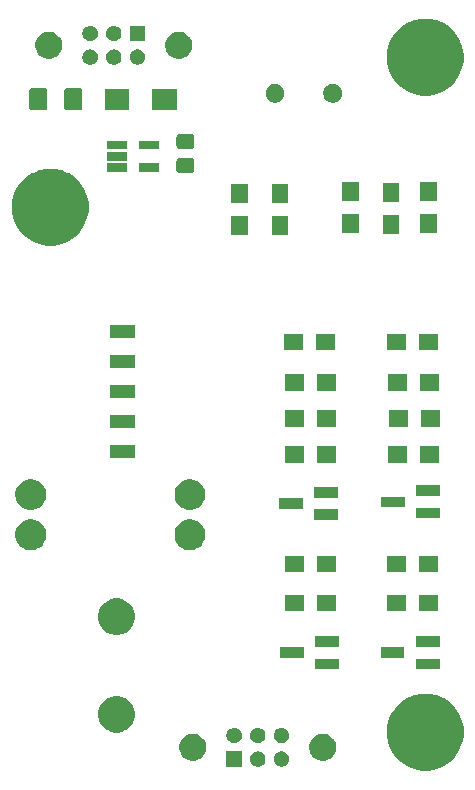
<source format=gbs>
G04 #@! TF.GenerationSoftware,KiCad,Pcbnew,5.1.2*
G04 #@! TF.CreationDate,2019-05-27T19:03:49-04:00*
G04 #@! TF.ProjectId,vent,76656e74-2e6b-4696-9361-645f70636258,rev?*
G04 #@! TF.SameCoordinates,Original*
G04 #@! TF.FileFunction,Soldermask,Bot*
G04 #@! TF.FilePolarity,Negative*
%FSLAX46Y46*%
G04 Gerber Fmt 4.6, Leading zero omitted, Abs format (unit mm)*
G04 Created by KiCad (PCBNEW 5.1.2) date 2019-05-27 19:03:49*
%MOMM*%
%LPD*%
G04 APERTURE LIST*
%ADD10C,0.100000*%
G04 APERTURE END LIST*
D10*
G36*
X166048223Y-118794127D02*
G01*
X166609702Y-119026699D01*
X166639833Y-119039180D01*
X167172263Y-119394938D01*
X167625062Y-119847737D01*
X167692489Y-119948648D01*
X167980821Y-120380169D01*
X168225873Y-120971777D01*
X168350800Y-121599824D01*
X168350800Y-122240176D01*
X168260228Y-122695509D01*
X168225873Y-122868223D01*
X167980820Y-123459833D01*
X167625062Y-123992263D01*
X167172263Y-124445062D01*
X166639833Y-124800820D01*
X166639832Y-124800821D01*
X166639831Y-124800821D01*
X166048223Y-125045873D01*
X165420176Y-125170800D01*
X164779824Y-125170800D01*
X164151777Y-125045873D01*
X163560169Y-124800821D01*
X163560168Y-124800821D01*
X163560167Y-124800820D01*
X163027737Y-124445062D01*
X162574938Y-123992263D01*
X162219180Y-123459833D01*
X161974127Y-122868223D01*
X161939772Y-122695509D01*
X161849200Y-122240176D01*
X161849200Y-121599824D01*
X161974127Y-120971777D01*
X162219179Y-120380169D01*
X162507512Y-119948648D01*
X162574938Y-119847737D01*
X163027737Y-119394938D01*
X163560167Y-119039180D01*
X163590299Y-119026699D01*
X164151777Y-118794127D01*
X164779824Y-118669200D01*
X165420176Y-118669200D01*
X166048223Y-118794127D01*
X166048223Y-118794127D01*
G37*
G36*
X153104831Y-123564210D02*
G01*
X153223271Y-123613269D01*
X153329860Y-123684490D01*
X153420510Y-123775140D01*
X153491731Y-123881729D01*
X153540790Y-124000169D01*
X153565800Y-124125903D01*
X153565800Y-124254097D01*
X153540790Y-124379831D01*
X153491731Y-124498271D01*
X153420510Y-124604860D01*
X153329860Y-124695510D01*
X153223271Y-124766731D01*
X153223270Y-124766732D01*
X153223269Y-124766732D01*
X153104831Y-124815790D01*
X152979098Y-124840800D01*
X152850902Y-124840800D01*
X152725169Y-124815790D01*
X152606731Y-124766732D01*
X152606730Y-124766732D01*
X152606729Y-124766731D01*
X152500140Y-124695510D01*
X152409490Y-124604860D01*
X152338269Y-124498271D01*
X152289210Y-124379831D01*
X152264200Y-124254097D01*
X152264200Y-124125903D01*
X152289210Y-124000169D01*
X152338269Y-123881729D01*
X152409490Y-123775140D01*
X152500140Y-123684490D01*
X152606729Y-123613269D01*
X152725169Y-123564210D01*
X152850902Y-123539200D01*
X152979098Y-123539200D01*
X153104831Y-123564210D01*
X153104831Y-123564210D01*
G37*
G36*
X149565800Y-124840800D02*
G01*
X148264200Y-124840800D01*
X148264200Y-123539200D01*
X149565800Y-123539200D01*
X149565800Y-124840800D01*
X149565800Y-124840800D01*
G37*
G36*
X151104831Y-123564210D02*
G01*
X151223271Y-123613269D01*
X151329860Y-123684490D01*
X151420510Y-123775140D01*
X151491731Y-123881729D01*
X151540790Y-124000169D01*
X151565800Y-124125903D01*
X151565800Y-124254097D01*
X151540790Y-124379831D01*
X151491731Y-124498271D01*
X151420510Y-124604860D01*
X151329860Y-124695510D01*
X151223271Y-124766731D01*
X151223270Y-124766732D01*
X151223269Y-124766732D01*
X151104831Y-124815790D01*
X150979098Y-124840800D01*
X150850902Y-124840800D01*
X150725169Y-124815790D01*
X150606731Y-124766732D01*
X150606730Y-124766732D01*
X150606729Y-124766731D01*
X150500140Y-124695510D01*
X150409490Y-124604860D01*
X150338269Y-124498271D01*
X150289210Y-124379831D01*
X150264200Y-124254097D01*
X150264200Y-124125903D01*
X150289210Y-124000169D01*
X150338269Y-123881729D01*
X150409490Y-123775140D01*
X150500140Y-123684490D01*
X150606729Y-123613269D01*
X150725169Y-123564210D01*
X150850902Y-123539200D01*
X150979098Y-123539200D01*
X151104831Y-123564210D01*
X151104831Y-123564210D01*
G37*
G36*
X145750676Y-122083425D02*
G01*
X145960108Y-122170174D01*
X145960110Y-122170175D01*
X146023221Y-122212345D01*
X146148592Y-122296115D01*
X146308885Y-122456408D01*
X146336857Y-122498271D01*
X146408078Y-122604860D01*
X146434826Y-122644892D01*
X146521575Y-122854324D01*
X146565800Y-123076656D01*
X146565800Y-123303344D01*
X146521575Y-123525676D01*
X146455792Y-123684491D01*
X146434825Y-123735110D01*
X146392655Y-123798221D01*
X146308885Y-123923592D01*
X146148592Y-124083885D01*
X146023221Y-124167655D01*
X145960110Y-124209825D01*
X145960109Y-124209826D01*
X145960108Y-124209826D01*
X145750676Y-124296575D01*
X145528344Y-124340800D01*
X145301656Y-124340800D01*
X145079324Y-124296575D01*
X144869892Y-124209826D01*
X144869891Y-124209826D01*
X144869890Y-124209825D01*
X144806779Y-124167655D01*
X144681408Y-124083885D01*
X144521115Y-123923592D01*
X144437345Y-123798221D01*
X144395175Y-123735110D01*
X144374208Y-123684491D01*
X144308425Y-123525676D01*
X144264200Y-123303344D01*
X144264200Y-123076656D01*
X144308425Y-122854324D01*
X144395174Y-122644892D01*
X144421923Y-122604860D01*
X144493143Y-122498271D01*
X144521115Y-122456408D01*
X144681408Y-122296115D01*
X144806779Y-122212345D01*
X144869890Y-122170175D01*
X144869892Y-122170174D01*
X145079324Y-122083425D01*
X145301656Y-122039200D01*
X145528344Y-122039200D01*
X145750676Y-122083425D01*
X145750676Y-122083425D01*
G37*
G36*
X156750676Y-122083425D02*
G01*
X156960108Y-122170174D01*
X156960110Y-122170175D01*
X157023221Y-122212345D01*
X157148592Y-122296115D01*
X157308885Y-122456408D01*
X157336857Y-122498271D01*
X157408078Y-122604860D01*
X157434826Y-122644892D01*
X157521575Y-122854324D01*
X157565800Y-123076656D01*
X157565800Y-123303344D01*
X157521575Y-123525676D01*
X157455792Y-123684491D01*
X157434825Y-123735110D01*
X157392655Y-123798221D01*
X157308885Y-123923592D01*
X157148592Y-124083885D01*
X157023221Y-124167655D01*
X156960110Y-124209825D01*
X156960109Y-124209826D01*
X156960108Y-124209826D01*
X156750676Y-124296575D01*
X156528344Y-124340800D01*
X156301656Y-124340800D01*
X156079324Y-124296575D01*
X155869892Y-124209826D01*
X155869891Y-124209826D01*
X155869890Y-124209825D01*
X155806779Y-124167655D01*
X155681408Y-124083885D01*
X155521115Y-123923592D01*
X155437345Y-123798221D01*
X155395175Y-123735110D01*
X155374208Y-123684491D01*
X155308425Y-123525676D01*
X155264200Y-123303344D01*
X155264200Y-123076656D01*
X155308425Y-122854324D01*
X155395174Y-122644892D01*
X155421923Y-122604860D01*
X155493143Y-122498271D01*
X155521115Y-122456408D01*
X155681408Y-122296115D01*
X155806779Y-122212345D01*
X155869890Y-122170175D01*
X155869892Y-122170174D01*
X156079324Y-122083425D01*
X156301656Y-122039200D01*
X156528344Y-122039200D01*
X156750676Y-122083425D01*
X156750676Y-122083425D01*
G37*
G36*
X151104831Y-121564210D02*
G01*
X151223271Y-121613269D01*
X151329860Y-121684490D01*
X151420510Y-121775140D01*
X151420618Y-121775301D01*
X151491732Y-121881731D01*
X151496070Y-121892204D01*
X151540790Y-122000169D01*
X151565800Y-122125903D01*
X151565800Y-122254097D01*
X151540790Y-122379831D01*
X151491731Y-122498271D01*
X151420510Y-122604860D01*
X151329860Y-122695510D01*
X151223271Y-122766731D01*
X151223270Y-122766732D01*
X151223269Y-122766732D01*
X151104831Y-122815790D01*
X150979098Y-122840800D01*
X150850902Y-122840800D01*
X150725169Y-122815790D01*
X150606731Y-122766732D01*
X150606730Y-122766732D01*
X150606729Y-122766731D01*
X150500140Y-122695510D01*
X150409490Y-122604860D01*
X150338269Y-122498271D01*
X150289210Y-122379831D01*
X150264200Y-122254097D01*
X150264200Y-122125903D01*
X150289210Y-122000169D01*
X150333930Y-121892204D01*
X150338268Y-121881731D01*
X150409383Y-121775301D01*
X150409490Y-121775140D01*
X150500140Y-121684490D01*
X150606729Y-121613269D01*
X150725169Y-121564210D01*
X150850902Y-121539200D01*
X150979098Y-121539200D01*
X151104831Y-121564210D01*
X151104831Y-121564210D01*
G37*
G36*
X149104831Y-121564210D02*
G01*
X149223271Y-121613269D01*
X149329860Y-121684490D01*
X149420510Y-121775140D01*
X149420618Y-121775301D01*
X149491732Y-121881731D01*
X149496070Y-121892204D01*
X149540790Y-122000169D01*
X149565800Y-122125903D01*
X149565800Y-122254097D01*
X149540790Y-122379831D01*
X149491731Y-122498271D01*
X149420510Y-122604860D01*
X149329860Y-122695510D01*
X149223271Y-122766731D01*
X149223270Y-122766732D01*
X149223269Y-122766732D01*
X149104831Y-122815790D01*
X148979098Y-122840800D01*
X148850902Y-122840800D01*
X148725169Y-122815790D01*
X148606731Y-122766732D01*
X148606730Y-122766732D01*
X148606729Y-122766731D01*
X148500140Y-122695510D01*
X148409490Y-122604860D01*
X148338269Y-122498271D01*
X148289210Y-122379831D01*
X148264200Y-122254097D01*
X148264200Y-122125903D01*
X148289210Y-122000169D01*
X148333930Y-121892204D01*
X148338268Y-121881731D01*
X148409383Y-121775301D01*
X148409490Y-121775140D01*
X148500140Y-121684490D01*
X148606729Y-121613269D01*
X148725169Y-121564210D01*
X148850902Y-121539200D01*
X148979098Y-121539200D01*
X149104831Y-121564210D01*
X149104831Y-121564210D01*
G37*
G36*
X153104831Y-121564210D02*
G01*
X153223271Y-121613269D01*
X153329860Y-121684490D01*
X153420510Y-121775140D01*
X153420618Y-121775301D01*
X153491732Y-121881731D01*
X153496070Y-121892204D01*
X153540790Y-122000169D01*
X153565800Y-122125903D01*
X153565800Y-122254097D01*
X153540790Y-122379831D01*
X153491731Y-122498271D01*
X153420510Y-122604860D01*
X153329860Y-122695510D01*
X153223271Y-122766731D01*
X153223270Y-122766732D01*
X153223269Y-122766732D01*
X153104831Y-122815790D01*
X152979098Y-122840800D01*
X152850902Y-122840800D01*
X152725169Y-122815790D01*
X152606731Y-122766732D01*
X152606730Y-122766732D01*
X152606729Y-122766731D01*
X152500140Y-122695510D01*
X152409490Y-122604860D01*
X152338269Y-122498271D01*
X152289210Y-122379831D01*
X152264200Y-122254097D01*
X152264200Y-122125903D01*
X152289210Y-122000169D01*
X152333930Y-121892204D01*
X152338268Y-121881731D01*
X152409383Y-121775301D01*
X152409490Y-121775140D01*
X152500140Y-121684490D01*
X152606729Y-121613269D01*
X152725169Y-121564210D01*
X152850902Y-121539200D01*
X152979098Y-121539200D01*
X153104831Y-121564210D01*
X153104831Y-121564210D01*
G37*
G36*
X139390352Y-118909796D02*
G01*
X139672579Y-119026699D01*
X139672581Y-119026700D01*
X139723655Y-119060827D01*
X139926578Y-119196415D01*
X140142585Y-119412422D01*
X140312301Y-119666421D01*
X140429204Y-119948648D01*
X140488800Y-120248259D01*
X140488800Y-120553741D01*
X140429204Y-120853352D01*
X140312301Y-121135579D01*
X140142585Y-121389578D01*
X139926578Y-121605585D01*
X139723655Y-121741173D01*
X139672581Y-121775300D01*
X139672580Y-121775301D01*
X139672579Y-121775301D01*
X139390352Y-121892204D01*
X139090741Y-121951800D01*
X138785259Y-121951800D01*
X138485648Y-121892204D01*
X138203421Y-121775301D01*
X138203420Y-121775301D01*
X138203419Y-121775300D01*
X138152345Y-121741173D01*
X137949422Y-121605585D01*
X137733415Y-121389578D01*
X137563699Y-121135579D01*
X137446796Y-120853352D01*
X137387200Y-120553741D01*
X137387200Y-120248259D01*
X137446796Y-119948648D01*
X137563699Y-119666421D01*
X137733415Y-119412422D01*
X137949422Y-119196415D01*
X138152345Y-119060827D01*
X138203419Y-119026700D01*
X138203421Y-119026699D01*
X138485648Y-118909796D01*
X138785259Y-118850200D01*
X139090741Y-118850200D01*
X139390352Y-118909796D01*
X139390352Y-118909796D01*
G37*
G36*
X157797800Y-116589800D02*
G01*
X155796200Y-116589800D01*
X155796200Y-115688200D01*
X157797800Y-115688200D01*
X157797800Y-116589800D01*
X157797800Y-116589800D01*
G37*
G36*
X166330800Y-116589800D02*
G01*
X164329200Y-116589800D01*
X164329200Y-115688200D01*
X166330800Y-115688200D01*
X166330800Y-116589800D01*
X166330800Y-116589800D01*
G37*
G36*
X154797800Y-115639800D02*
G01*
X152796200Y-115639800D01*
X152796200Y-114738200D01*
X154797800Y-114738200D01*
X154797800Y-115639800D01*
X154797800Y-115639800D01*
G37*
G36*
X163330800Y-115639800D02*
G01*
X161329200Y-115639800D01*
X161329200Y-114738200D01*
X163330800Y-114738200D01*
X163330800Y-115639800D01*
X163330800Y-115639800D01*
G37*
G36*
X157797800Y-114689800D02*
G01*
X155796200Y-114689800D01*
X155796200Y-113788200D01*
X157797800Y-113788200D01*
X157797800Y-114689800D01*
X157797800Y-114689800D01*
G37*
G36*
X166330800Y-114689800D02*
G01*
X164329200Y-114689800D01*
X164329200Y-113788200D01*
X166330800Y-113788200D01*
X166330800Y-114689800D01*
X166330800Y-114689800D01*
G37*
G36*
X139390352Y-110659796D02*
G01*
X139672579Y-110776699D01*
X139672581Y-110776700D01*
X139723655Y-110810827D01*
X139926578Y-110946415D01*
X140142585Y-111162422D01*
X140312301Y-111416421D01*
X140429204Y-111698648D01*
X140488800Y-111998259D01*
X140488800Y-112303741D01*
X140429204Y-112603352D01*
X140312301Y-112885579D01*
X140142585Y-113139578D01*
X139926578Y-113355585D01*
X139723655Y-113491173D01*
X139672581Y-113525300D01*
X139672580Y-113525301D01*
X139672579Y-113525301D01*
X139390352Y-113642204D01*
X139090741Y-113701800D01*
X138785259Y-113701800D01*
X138485648Y-113642204D01*
X138203421Y-113525301D01*
X138203420Y-113525301D01*
X138203419Y-113525300D01*
X138152345Y-113491173D01*
X137949422Y-113355585D01*
X137733415Y-113139578D01*
X137563699Y-112885579D01*
X137446796Y-112603352D01*
X137387200Y-112303741D01*
X137387200Y-111998259D01*
X137446796Y-111698648D01*
X137563699Y-111416421D01*
X137733415Y-111162422D01*
X137949422Y-110946415D01*
X138152345Y-110810827D01*
X138203419Y-110776700D01*
X138203421Y-110776699D01*
X138485648Y-110659796D01*
X138785259Y-110600200D01*
X139090741Y-110600200D01*
X139390352Y-110659796D01*
X139390352Y-110659796D01*
G37*
G36*
X163454800Y-111698800D02*
G01*
X161853200Y-111698800D01*
X161853200Y-110297200D01*
X163454800Y-110297200D01*
X163454800Y-111698800D01*
X163454800Y-111698800D01*
G37*
G36*
X166154800Y-111698800D02*
G01*
X164553200Y-111698800D01*
X164553200Y-110297200D01*
X166154800Y-110297200D01*
X166154800Y-111698800D01*
X166154800Y-111698800D01*
G37*
G36*
X154851800Y-111698800D02*
G01*
X153250200Y-111698800D01*
X153250200Y-110297200D01*
X154851800Y-110297200D01*
X154851800Y-111698800D01*
X154851800Y-111698800D01*
G37*
G36*
X157551800Y-111698800D02*
G01*
X155950200Y-111698800D01*
X155950200Y-110297200D01*
X157551800Y-110297200D01*
X157551800Y-111698800D01*
X157551800Y-111698800D01*
G37*
G36*
X163454800Y-108396800D02*
G01*
X161853200Y-108396800D01*
X161853200Y-106995200D01*
X163454800Y-106995200D01*
X163454800Y-108396800D01*
X163454800Y-108396800D01*
G37*
G36*
X154851800Y-108396800D02*
G01*
X153250200Y-108396800D01*
X153250200Y-106995200D01*
X154851800Y-106995200D01*
X154851800Y-108396800D01*
X154851800Y-108396800D01*
G37*
G36*
X166154800Y-108396800D02*
G01*
X164553200Y-108396800D01*
X164553200Y-106995200D01*
X166154800Y-106995200D01*
X166154800Y-108396800D01*
X166154800Y-108396800D01*
G37*
G36*
X157551800Y-108396800D02*
G01*
X155950200Y-108396800D01*
X155950200Y-106995200D01*
X157551800Y-106995200D01*
X157551800Y-108396800D01*
X157551800Y-108396800D01*
G37*
G36*
X132057391Y-103950800D02*
G01*
X132074429Y-103954189D01*
X132311162Y-104052247D01*
X132524211Y-104194602D01*
X132705398Y-104375789D01*
X132847753Y-104588838D01*
X132945811Y-104825571D01*
X132995800Y-105076883D01*
X132995800Y-105333117D01*
X132945811Y-105584429D01*
X132847753Y-105821162D01*
X132705398Y-106034211D01*
X132524211Y-106215398D01*
X132311162Y-106357753D01*
X132311161Y-106357754D01*
X132311160Y-106357754D01*
X132074429Y-106455811D01*
X131823118Y-106505800D01*
X131566882Y-106505800D01*
X131315571Y-106455811D01*
X131078840Y-106357754D01*
X131078839Y-106357754D01*
X131078838Y-106357753D01*
X130865789Y-106215398D01*
X130684602Y-106034211D01*
X130542247Y-105821162D01*
X130444189Y-105584429D01*
X130394200Y-105333117D01*
X130394200Y-105076883D01*
X130444189Y-104825571D01*
X130542247Y-104588838D01*
X130684602Y-104375789D01*
X130865789Y-104194602D01*
X131078838Y-104052247D01*
X131315571Y-103954189D01*
X131332609Y-103950800D01*
X131566882Y-103904200D01*
X131823118Y-103904200D01*
X132057391Y-103950800D01*
X132057391Y-103950800D01*
G37*
G36*
X145527391Y-103950800D02*
G01*
X145544429Y-103954189D01*
X145781162Y-104052247D01*
X145994211Y-104194602D01*
X146175398Y-104375789D01*
X146317753Y-104588838D01*
X146415811Y-104825571D01*
X146465800Y-105076883D01*
X146465800Y-105333117D01*
X146415811Y-105584429D01*
X146317753Y-105821162D01*
X146175398Y-106034211D01*
X145994211Y-106215398D01*
X145781162Y-106357753D01*
X145781161Y-106357754D01*
X145781160Y-106357754D01*
X145544429Y-106455811D01*
X145293118Y-106505800D01*
X145036882Y-106505800D01*
X144785571Y-106455811D01*
X144548840Y-106357754D01*
X144548839Y-106357754D01*
X144548838Y-106357753D01*
X144335789Y-106215398D01*
X144154602Y-106034211D01*
X144012247Y-105821162D01*
X143914189Y-105584429D01*
X143864200Y-105333117D01*
X143864200Y-105076883D01*
X143914189Y-104825571D01*
X144012247Y-104588838D01*
X144154602Y-104375789D01*
X144335789Y-104194602D01*
X144548838Y-104052247D01*
X144785571Y-103954189D01*
X144802609Y-103950800D01*
X145036882Y-103904200D01*
X145293118Y-103904200D01*
X145527391Y-103950800D01*
X145527391Y-103950800D01*
G37*
G36*
X157718800Y-103950800D02*
G01*
X155717200Y-103950800D01*
X155717200Y-103049200D01*
X157718800Y-103049200D01*
X157718800Y-103950800D01*
X157718800Y-103950800D01*
G37*
G36*
X166354800Y-103823800D02*
G01*
X164353200Y-103823800D01*
X164353200Y-102922200D01*
X166354800Y-102922200D01*
X166354800Y-103823800D01*
X166354800Y-103823800D01*
G37*
G36*
X132074429Y-100554189D02*
G01*
X132311162Y-100652247D01*
X132524211Y-100794602D01*
X132705398Y-100975789D01*
X132821268Y-101149200D01*
X132847754Y-101188840D01*
X132945811Y-101425571D01*
X132995800Y-101676882D01*
X132995800Y-101933118D01*
X132962764Y-102099200D01*
X132945811Y-102184429D01*
X132847753Y-102421162D01*
X132705398Y-102634211D01*
X132524211Y-102815398D01*
X132311162Y-102957753D01*
X132311161Y-102957754D01*
X132311160Y-102957754D01*
X132074429Y-103055811D01*
X131823118Y-103105800D01*
X131566882Y-103105800D01*
X131315571Y-103055811D01*
X131078840Y-102957754D01*
X131078839Y-102957754D01*
X131078838Y-102957753D01*
X130865789Y-102815398D01*
X130684602Y-102634211D01*
X130542247Y-102421162D01*
X130444189Y-102184429D01*
X130427236Y-102099200D01*
X130394200Y-101933118D01*
X130394200Y-101676882D01*
X130444189Y-101425571D01*
X130542246Y-101188840D01*
X130568733Y-101149200D01*
X130684602Y-100975789D01*
X130865789Y-100794602D01*
X131078838Y-100652247D01*
X131315571Y-100554189D01*
X131566882Y-100504200D01*
X131823118Y-100504200D01*
X132074429Y-100554189D01*
X132074429Y-100554189D01*
G37*
G36*
X145544429Y-100554189D02*
G01*
X145781162Y-100652247D01*
X145994211Y-100794602D01*
X146175398Y-100975789D01*
X146291268Y-101149200D01*
X146317754Y-101188840D01*
X146415811Y-101425571D01*
X146465800Y-101676882D01*
X146465800Y-101933118D01*
X146432764Y-102099200D01*
X146415811Y-102184429D01*
X146317753Y-102421162D01*
X146175398Y-102634211D01*
X145994211Y-102815398D01*
X145781162Y-102957753D01*
X145781161Y-102957754D01*
X145781160Y-102957754D01*
X145544429Y-103055811D01*
X145293118Y-103105800D01*
X145036882Y-103105800D01*
X144785571Y-103055811D01*
X144548840Y-102957754D01*
X144548839Y-102957754D01*
X144548838Y-102957753D01*
X144335789Y-102815398D01*
X144154602Y-102634211D01*
X144012247Y-102421162D01*
X143914189Y-102184429D01*
X143897236Y-102099200D01*
X143864200Y-101933118D01*
X143864200Y-101676882D01*
X143914189Y-101425571D01*
X144012246Y-101188840D01*
X144038733Y-101149200D01*
X144154602Y-100975789D01*
X144335789Y-100794602D01*
X144548838Y-100652247D01*
X144785571Y-100554189D01*
X145036882Y-100504200D01*
X145293118Y-100504200D01*
X145544429Y-100554189D01*
X145544429Y-100554189D01*
G37*
G36*
X154718800Y-103000800D02*
G01*
X152717200Y-103000800D01*
X152717200Y-102099200D01*
X154718800Y-102099200D01*
X154718800Y-103000800D01*
X154718800Y-103000800D01*
G37*
G36*
X163354800Y-102873800D02*
G01*
X161353200Y-102873800D01*
X161353200Y-101972200D01*
X163354800Y-101972200D01*
X163354800Y-102873800D01*
X163354800Y-102873800D01*
G37*
G36*
X157718800Y-102050800D02*
G01*
X155717200Y-102050800D01*
X155717200Y-101149200D01*
X157718800Y-101149200D01*
X157718800Y-102050800D01*
X157718800Y-102050800D01*
G37*
G36*
X166354800Y-101923800D02*
G01*
X164353200Y-101923800D01*
X164353200Y-101022200D01*
X166354800Y-101022200D01*
X166354800Y-101923800D01*
X166354800Y-101923800D01*
G37*
G36*
X157551800Y-99125800D02*
G01*
X155950200Y-99125800D01*
X155950200Y-97724200D01*
X157551800Y-97724200D01*
X157551800Y-99125800D01*
X157551800Y-99125800D01*
G37*
G36*
X154851800Y-99125800D02*
G01*
X153250200Y-99125800D01*
X153250200Y-97724200D01*
X154851800Y-97724200D01*
X154851800Y-99125800D01*
X154851800Y-99125800D01*
G37*
G36*
X163581800Y-99125800D02*
G01*
X161980200Y-99125800D01*
X161980200Y-97724200D01*
X163581800Y-97724200D01*
X163581800Y-99125800D01*
X163581800Y-99125800D01*
G37*
G36*
X166281800Y-99125800D02*
G01*
X164680200Y-99125800D01*
X164680200Y-97724200D01*
X166281800Y-97724200D01*
X166281800Y-99125800D01*
X166281800Y-99125800D01*
G37*
G36*
X140496800Y-98721800D02*
G01*
X138395200Y-98721800D01*
X138395200Y-97620200D01*
X140496800Y-97620200D01*
X140496800Y-98721800D01*
X140496800Y-98721800D01*
G37*
G36*
X140496800Y-96181800D02*
G01*
X138395200Y-96181800D01*
X138395200Y-95080200D01*
X140496800Y-95080200D01*
X140496800Y-96181800D01*
X140496800Y-96181800D01*
G37*
G36*
X154818800Y-96077800D02*
G01*
X153217200Y-96077800D01*
X153217200Y-94676200D01*
X154818800Y-94676200D01*
X154818800Y-96077800D01*
X154818800Y-96077800D01*
G37*
G36*
X157518800Y-96077800D02*
G01*
X155917200Y-96077800D01*
X155917200Y-94676200D01*
X157518800Y-94676200D01*
X157518800Y-96077800D01*
X157518800Y-96077800D01*
G37*
G36*
X166314800Y-96077800D02*
G01*
X164713200Y-96077800D01*
X164713200Y-94676200D01*
X166314800Y-94676200D01*
X166314800Y-96077800D01*
X166314800Y-96077800D01*
G37*
G36*
X163614800Y-96077800D02*
G01*
X162013200Y-96077800D01*
X162013200Y-94676200D01*
X163614800Y-94676200D01*
X163614800Y-96077800D01*
X163614800Y-96077800D01*
G37*
G36*
X140496800Y-93641800D02*
G01*
X138395200Y-93641800D01*
X138395200Y-92540200D01*
X140496800Y-92540200D01*
X140496800Y-93641800D01*
X140496800Y-93641800D01*
G37*
G36*
X154818800Y-93029800D02*
G01*
X153217200Y-93029800D01*
X153217200Y-91628200D01*
X154818800Y-91628200D01*
X154818800Y-93029800D01*
X154818800Y-93029800D01*
G37*
G36*
X157518800Y-93029800D02*
G01*
X155917200Y-93029800D01*
X155917200Y-91628200D01*
X157518800Y-91628200D01*
X157518800Y-93029800D01*
X157518800Y-93029800D01*
G37*
G36*
X163581800Y-93029800D02*
G01*
X161980200Y-93029800D01*
X161980200Y-91628200D01*
X163581800Y-91628200D01*
X163581800Y-93029800D01*
X163581800Y-93029800D01*
G37*
G36*
X166281800Y-93029800D02*
G01*
X164680200Y-93029800D01*
X164680200Y-91628200D01*
X166281800Y-91628200D01*
X166281800Y-93029800D01*
X166281800Y-93029800D01*
G37*
G36*
X140496800Y-91101800D02*
G01*
X138395200Y-91101800D01*
X138395200Y-90000200D01*
X140496800Y-90000200D01*
X140496800Y-91101800D01*
X140496800Y-91101800D01*
G37*
G36*
X166187800Y-89600800D02*
G01*
X164586200Y-89600800D01*
X164586200Y-88199200D01*
X166187800Y-88199200D01*
X166187800Y-89600800D01*
X166187800Y-89600800D01*
G37*
G36*
X163487800Y-89600800D02*
G01*
X161886200Y-89600800D01*
X161886200Y-88199200D01*
X163487800Y-88199200D01*
X163487800Y-89600800D01*
X163487800Y-89600800D01*
G37*
G36*
X157424800Y-89600800D02*
G01*
X155823200Y-89600800D01*
X155823200Y-88199200D01*
X157424800Y-88199200D01*
X157424800Y-89600800D01*
X157424800Y-89600800D01*
G37*
G36*
X154724800Y-89600800D02*
G01*
X153123200Y-89600800D01*
X153123200Y-88199200D01*
X154724800Y-88199200D01*
X154724800Y-89600800D01*
X154724800Y-89600800D01*
G37*
G36*
X140496800Y-88561800D02*
G01*
X138395200Y-88561800D01*
X138395200Y-87460200D01*
X140496800Y-87460200D01*
X140496800Y-88561800D01*
X140496800Y-88561800D01*
G37*
G36*
X134298223Y-74344127D02*
G01*
X134771168Y-74540027D01*
X134889833Y-74589180D01*
X135422263Y-74944938D01*
X135875062Y-75397737D01*
X136230820Y-75930167D01*
X136475873Y-76521777D01*
X136600800Y-77149825D01*
X136600800Y-77790175D01*
X136475873Y-78418223D01*
X136230820Y-79009833D01*
X135875062Y-79542263D01*
X135422263Y-79995062D01*
X134889833Y-80350820D01*
X134889832Y-80350821D01*
X134889831Y-80350821D01*
X134298223Y-80595873D01*
X133670176Y-80720800D01*
X133029824Y-80720800D01*
X132401777Y-80595873D01*
X131810169Y-80350821D01*
X131810168Y-80350821D01*
X131810167Y-80350820D01*
X131277737Y-79995062D01*
X130824938Y-79542263D01*
X130469180Y-79009833D01*
X130224127Y-78418223D01*
X130099200Y-77790175D01*
X130099200Y-77149825D01*
X130224127Y-76521777D01*
X130469180Y-75930167D01*
X130824938Y-75397737D01*
X131277737Y-74944938D01*
X131810167Y-74589180D01*
X131928833Y-74540027D01*
X132401777Y-74344127D01*
X133029824Y-74219200D01*
X133670176Y-74219200D01*
X134298223Y-74344127D01*
X134298223Y-74344127D01*
G37*
G36*
X153481800Y-79794800D02*
G01*
X152080200Y-79794800D01*
X152080200Y-78193200D01*
X153481800Y-78193200D01*
X153481800Y-79794800D01*
X153481800Y-79794800D01*
G37*
G36*
X150052800Y-79794800D02*
G01*
X148651200Y-79794800D01*
X148651200Y-78193200D01*
X150052800Y-78193200D01*
X150052800Y-79794800D01*
X150052800Y-79794800D01*
G37*
G36*
X162879800Y-79700800D02*
G01*
X161478200Y-79700800D01*
X161478200Y-78099200D01*
X162879800Y-78099200D01*
X162879800Y-79700800D01*
X162879800Y-79700800D01*
G37*
G36*
X166054800Y-79667800D02*
G01*
X164653200Y-79667800D01*
X164653200Y-78066200D01*
X166054800Y-78066200D01*
X166054800Y-79667800D01*
X166054800Y-79667800D01*
G37*
G36*
X159450800Y-79667800D02*
G01*
X158049200Y-79667800D01*
X158049200Y-78066200D01*
X159450800Y-78066200D01*
X159450800Y-79667800D01*
X159450800Y-79667800D01*
G37*
G36*
X153481800Y-77094800D02*
G01*
X152080200Y-77094800D01*
X152080200Y-75493200D01*
X153481800Y-75493200D01*
X153481800Y-77094800D01*
X153481800Y-77094800D01*
G37*
G36*
X150052800Y-77094800D02*
G01*
X148651200Y-77094800D01*
X148651200Y-75493200D01*
X150052800Y-75493200D01*
X150052800Y-77094800D01*
X150052800Y-77094800D01*
G37*
G36*
X162879800Y-77000800D02*
G01*
X161478200Y-77000800D01*
X161478200Y-75399200D01*
X162879800Y-75399200D01*
X162879800Y-77000800D01*
X162879800Y-77000800D01*
G37*
G36*
X159450800Y-76967800D02*
G01*
X158049200Y-76967800D01*
X158049200Y-75366200D01*
X159450800Y-75366200D01*
X159450800Y-76967800D01*
X159450800Y-76967800D01*
G37*
G36*
X166054800Y-76967800D02*
G01*
X164653200Y-76967800D01*
X164653200Y-75366200D01*
X166054800Y-75366200D01*
X166054800Y-76967800D01*
X166054800Y-76967800D01*
G37*
G36*
X145346390Y-73310962D02*
G01*
X145389281Y-73323973D01*
X145428814Y-73345104D01*
X145463461Y-73373539D01*
X145491896Y-73408186D01*
X145513027Y-73447719D01*
X145526038Y-73490610D01*
X145530800Y-73538960D01*
X145530800Y-74325040D01*
X145526038Y-74373390D01*
X145513027Y-74416281D01*
X145491896Y-74455814D01*
X145463461Y-74490461D01*
X145428814Y-74518896D01*
X145389281Y-74540027D01*
X145346390Y-74553038D01*
X145298040Y-74557800D01*
X144261960Y-74557800D01*
X144213610Y-74553038D01*
X144170719Y-74540027D01*
X144131186Y-74518896D01*
X144096539Y-74490461D01*
X144068104Y-74455814D01*
X144046973Y-74416281D01*
X144033962Y-74373390D01*
X144029200Y-74325040D01*
X144029200Y-73538960D01*
X144033962Y-73490610D01*
X144046973Y-73447719D01*
X144068104Y-73408186D01*
X144096539Y-73373539D01*
X144131186Y-73345104D01*
X144170719Y-73323973D01*
X144213610Y-73310962D01*
X144261960Y-73306200D01*
X145298040Y-73306200D01*
X145346390Y-73310962D01*
X145346390Y-73310962D01*
G37*
G36*
X139815800Y-74477800D02*
G01*
X138154200Y-74477800D01*
X138154200Y-73726200D01*
X139815800Y-73726200D01*
X139815800Y-74477800D01*
X139815800Y-74477800D01*
G37*
G36*
X142515800Y-74477800D02*
G01*
X140854200Y-74477800D01*
X140854200Y-73726200D01*
X142515800Y-73726200D01*
X142515800Y-74477800D01*
X142515800Y-74477800D01*
G37*
G36*
X139815800Y-73527800D02*
G01*
X138154200Y-73527800D01*
X138154200Y-72776200D01*
X139815800Y-72776200D01*
X139815800Y-73527800D01*
X139815800Y-73527800D01*
G37*
G36*
X142515800Y-72577800D02*
G01*
X140854200Y-72577800D01*
X140854200Y-71826200D01*
X142515800Y-71826200D01*
X142515800Y-72577800D01*
X142515800Y-72577800D01*
G37*
G36*
X139815800Y-72577800D02*
G01*
X138154200Y-72577800D01*
X138154200Y-71826200D01*
X139815800Y-71826200D01*
X139815800Y-72577800D01*
X139815800Y-72577800D01*
G37*
G36*
X145346390Y-71260962D02*
G01*
X145389281Y-71273973D01*
X145428814Y-71295104D01*
X145463461Y-71323539D01*
X145491896Y-71358186D01*
X145513027Y-71397719D01*
X145526038Y-71440610D01*
X145530800Y-71488960D01*
X145530800Y-72275040D01*
X145526038Y-72323390D01*
X145513027Y-72366281D01*
X145491896Y-72405814D01*
X145463461Y-72440461D01*
X145428814Y-72468896D01*
X145389281Y-72490027D01*
X145346390Y-72503038D01*
X145298040Y-72507800D01*
X144261960Y-72507800D01*
X144213610Y-72503038D01*
X144170719Y-72490027D01*
X144131186Y-72468896D01*
X144096539Y-72440461D01*
X144068104Y-72405814D01*
X144046973Y-72366281D01*
X144033962Y-72323390D01*
X144029200Y-72275040D01*
X144029200Y-71488960D01*
X144033962Y-71440610D01*
X144046973Y-71397719D01*
X144068104Y-71358186D01*
X144096539Y-71323539D01*
X144131186Y-71295104D01*
X144170719Y-71273973D01*
X144213610Y-71260962D01*
X144261960Y-71256200D01*
X145298040Y-71256200D01*
X145346390Y-71260962D01*
X145346390Y-71260962D01*
G37*
G36*
X132921466Y-67404757D02*
G01*
X132962359Y-67417162D01*
X133000052Y-67437309D01*
X133033083Y-67464417D01*
X133060191Y-67497448D01*
X133080338Y-67535141D01*
X133092743Y-67576034D01*
X133097300Y-67622305D01*
X133097300Y-69029695D01*
X133092743Y-69075966D01*
X133080338Y-69116859D01*
X133060191Y-69154552D01*
X133033083Y-69187583D01*
X133000052Y-69214691D01*
X132962359Y-69234838D01*
X132921466Y-69247243D01*
X132875195Y-69251800D01*
X131792805Y-69251800D01*
X131746534Y-69247243D01*
X131705641Y-69234838D01*
X131667948Y-69214691D01*
X131634917Y-69187583D01*
X131607809Y-69154552D01*
X131587662Y-69116859D01*
X131575257Y-69075966D01*
X131570700Y-69029695D01*
X131570700Y-67622305D01*
X131575257Y-67576034D01*
X131587662Y-67535141D01*
X131607809Y-67497448D01*
X131634917Y-67464417D01*
X131667948Y-67437309D01*
X131705641Y-67417162D01*
X131746534Y-67404757D01*
X131792805Y-67400200D01*
X132875195Y-67400200D01*
X132921466Y-67404757D01*
X132921466Y-67404757D01*
G37*
G36*
X135896466Y-67404757D02*
G01*
X135937359Y-67417162D01*
X135975052Y-67437309D01*
X136008083Y-67464417D01*
X136035191Y-67497448D01*
X136055338Y-67535141D01*
X136067743Y-67576034D01*
X136072300Y-67622305D01*
X136072300Y-69029695D01*
X136067743Y-69075966D01*
X136055338Y-69116859D01*
X136035191Y-69154552D01*
X136008083Y-69187583D01*
X135975052Y-69214691D01*
X135937359Y-69234838D01*
X135896466Y-69247243D01*
X135850195Y-69251800D01*
X134767805Y-69251800D01*
X134721534Y-69247243D01*
X134680641Y-69234838D01*
X134642948Y-69214691D01*
X134609917Y-69187583D01*
X134582809Y-69154552D01*
X134562662Y-69116859D01*
X134550257Y-69075966D01*
X134545700Y-69029695D01*
X134545700Y-67622305D01*
X134550257Y-67576034D01*
X134562662Y-67535141D01*
X134582809Y-67497448D01*
X134609917Y-67464417D01*
X134642948Y-67437309D01*
X134680641Y-67417162D01*
X134721534Y-67404757D01*
X134767805Y-67400200D01*
X135850195Y-67400200D01*
X135896466Y-67404757D01*
X135896466Y-67404757D01*
G37*
G36*
X140052800Y-69226800D02*
G01*
X137951200Y-69226800D01*
X137951200Y-67425200D01*
X140052800Y-67425200D01*
X140052800Y-69226800D01*
X140052800Y-69226800D01*
G37*
G36*
X144052800Y-69226800D02*
G01*
X141951200Y-69226800D01*
X141951200Y-67425200D01*
X144052800Y-67425200D01*
X144052800Y-69226800D01*
X144052800Y-69226800D01*
G37*
G36*
X157484985Y-67047974D02*
G01*
X157630721Y-67108340D01*
X157630723Y-67108341D01*
X157674639Y-67137685D01*
X157761880Y-67195978D01*
X157873422Y-67307520D01*
X157961060Y-67438679D01*
X158021426Y-67584415D01*
X158052200Y-67739128D01*
X158052200Y-67896872D01*
X158021426Y-68051585D01*
X157961060Y-68197321D01*
X157873422Y-68328480D01*
X157761880Y-68440022D01*
X157674639Y-68498315D01*
X157630723Y-68527659D01*
X157630722Y-68527660D01*
X157630721Y-68527660D01*
X157484985Y-68588026D01*
X157330272Y-68618800D01*
X157172528Y-68618800D01*
X157017815Y-68588026D01*
X156872079Y-68527660D01*
X156872078Y-68527660D01*
X156872077Y-68527659D01*
X156828161Y-68498315D01*
X156740920Y-68440022D01*
X156629378Y-68328480D01*
X156541740Y-68197321D01*
X156481374Y-68051585D01*
X156450600Y-67896872D01*
X156450600Y-67739128D01*
X156481374Y-67584415D01*
X156541740Y-67438679D01*
X156629378Y-67307520D01*
X156740920Y-67195978D01*
X156828161Y-67137685D01*
X156872077Y-67108341D01*
X156872079Y-67108340D01*
X157017815Y-67047974D01*
X157172528Y-67017200D01*
X157330272Y-67017200D01*
X157484985Y-67047974D01*
X157484985Y-67047974D01*
G37*
G36*
X152604985Y-67047974D02*
G01*
X152750721Y-67108340D01*
X152750723Y-67108341D01*
X152794639Y-67137685D01*
X152881880Y-67195978D01*
X152993422Y-67307520D01*
X153081060Y-67438679D01*
X153141426Y-67584415D01*
X153172200Y-67739128D01*
X153172200Y-67896872D01*
X153141426Y-68051585D01*
X153081060Y-68197321D01*
X152993422Y-68328480D01*
X152881880Y-68440022D01*
X152794639Y-68498315D01*
X152750723Y-68527659D01*
X152750722Y-68527660D01*
X152750721Y-68527660D01*
X152604985Y-68588026D01*
X152450272Y-68618800D01*
X152292528Y-68618800D01*
X152137815Y-68588026D01*
X151992079Y-68527660D01*
X151992078Y-68527660D01*
X151992077Y-68527659D01*
X151948161Y-68498315D01*
X151860920Y-68440022D01*
X151749378Y-68328480D01*
X151661740Y-68197321D01*
X151601374Y-68051585D01*
X151570600Y-67896872D01*
X151570600Y-67739128D01*
X151601374Y-67584415D01*
X151661740Y-67438679D01*
X151749378Y-67307520D01*
X151860920Y-67195978D01*
X151948161Y-67137685D01*
X151992077Y-67108341D01*
X151992079Y-67108340D01*
X152137815Y-67047974D01*
X152292528Y-67017200D01*
X152450272Y-67017200D01*
X152604985Y-67047974D01*
X152604985Y-67047974D01*
G37*
G36*
X166048223Y-61644127D02*
G01*
X166639833Y-61889180D01*
X167172263Y-62244938D01*
X167625062Y-62697737D01*
X167966605Y-63208892D01*
X167980821Y-63230169D01*
X168225873Y-63821777D01*
X168320821Y-64299108D01*
X168350800Y-64449825D01*
X168350800Y-65090175D01*
X168225873Y-65718223D01*
X167980820Y-66309833D01*
X167625062Y-66842263D01*
X167172263Y-67295062D01*
X166639833Y-67650820D01*
X166639832Y-67650821D01*
X166639831Y-67650821D01*
X166048223Y-67895873D01*
X165420176Y-68020800D01*
X164779824Y-68020800D01*
X164151777Y-67895873D01*
X163560169Y-67650821D01*
X163560168Y-67650821D01*
X163560167Y-67650820D01*
X163027737Y-67295062D01*
X162574938Y-66842263D01*
X162219180Y-66309833D01*
X161974127Y-65718223D01*
X161849200Y-65090175D01*
X161849200Y-64449825D01*
X161879180Y-64299108D01*
X161974127Y-63821777D01*
X162219179Y-63230169D01*
X162233396Y-63208892D01*
X162574938Y-62697737D01*
X163027737Y-62244938D01*
X163560167Y-61889180D01*
X164151777Y-61644127D01*
X164779824Y-61519200D01*
X165420176Y-61519200D01*
X166048223Y-61644127D01*
X166048223Y-61644127D01*
G37*
G36*
X138912831Y-64128210D02*
G01*
X139031271Y-64177269D01*
X139137860Y-64248490D01*
X139228510Y-64339140D01*
X139299731Y-64445729D01*
X139348790Y-64564169D01*
X139373800Y-64689903D01*
X139373800Y-64818097D01*
X139348790Y-64943831D01*
X139299731Y-65062271D01*
X139228510Y-65168860D01*
X139137860Y-65259510D01*
X139031271Y-65330731D01*
X139031270Y-65330732D01*
X139031269Y-65330732D01*
X138912831Y-65379790D01*
X138787098Y-65404800D01*
X138658902Y-65404800D01*
X138533169Y-65379790D01*
X138414731Y-65330732D01*
X138414730Y-65330732D01*
X138414729Y-65330731D01*
X138308140Y-65259510D01*
X138217490Y-65168860D01*
X138146269Y-65062271D01*
X138097210Y-64943831D01*
X138072200Y-64818097D01*
X138072200Y-64689903D01*
X138097210Y-64564169D01*
X138146269Y-64445729D01*
X138217490Y-64339140D01*
X138308140Y-64248490D01*
X138414729Y-64177269D01*
X138533169Y-64128210D01*
X138658902Y-64103200D01*
X138787098Y-64103200D01*
X138912831Y-64128210D01*
X138912831Y-64128210D01*
G37*
G36*
X136912831Y-64128210D02*
G01*
X137031271Y-64177269D01*
X137137860Y-64248490D01*
X137228510Y-64339140D01*
X137299731Y-64445729D01*
X137348790Y-64564169D01*
X137373800Y-64689903D01*
X137373800Y-64818097D01*
X137348790Y-64943831D01*
X137299731Y-65062271D01*
X137228510Y-65168860D01*
X137137860Y-65259510D01*
X137031271Y-65330731D01*
X137031270Y-65330732D01*
X137031269Y-65330732D01*
X136912831Y-65379790D01*
X136787098Y-65404800D01*
X136658902Y-65404800D01*
X136533169Y-65379790D01*
X136414731Y-65330732D01*
X136414730Y-65330732D01*
X136414729Y-65330731D01*
X136308140Y-65259510D01*
X136217490Y-65168860D01*
X136146269Y-65062271D01*
X136097210Y-64943831D01*
X136072200Y-64818097D01*
X136072200Y-64689903D01*
X136097210Y-64564169D01*
X136146269Y-64445729D01*
X136217490Y-64339140D01*
X136308140Y-64248490D01*
X136414729Y-64177269D01*
X136533169Y-64128210D01*
X136658902Y-64103200D01*
X136787098Y-64103200D01*
X136912831Y-64128210D01*
X136912831Y-64128210D01*
G37*
G36*
X140912831Y-64128210D02*
G01*
X141031271Y-64177269D01*
X141137860Y-64248490D01*
X141228510Y-64339140D01*
X141299731Y-64445729D01*
X141348790Y-64564169D01*
X141373800Y-64689903D01*
X141373800Y-64818097D01*
X141348790Y-64943831D01*
X141299731Y-65062271D01*
X141228510Y-65168860D01*
X141137860Y-65259510D01*
X141031271Y-65330731D01*
X141031270Y-65330732D01*
X141031269Y-65330732D01*
X140912831Y-65379790D01*
X140787098Y-65404800D01*
X140658902Y-65404800D01*
X140533169Y-65379790D01*
X140414731Y-65330732D01*
X140414730Y-65330732D01*
X140414729Y-65330731D01*
X140308140Y-65259510D01*
X140217490Y-65168860D01*
X140146269Y-65062271D01*
X140097210Y-64943831D01*
X140072200Y-64818097D01*
X140072200Y-64689903D01*
X140097210Y-64564169D01*
X140146269Y-64445729D01*
X140217490Y-64339140D01*
X140308140Y-64248490D01*
X140414729Y-64177269D01*
X140533169Y-64128210D01*
X140658902Y-64103200D01*
X140787098Y-64103200D01*
X140912831Y-64128210D01*
X140912831Y-64128210D01*
G37*
G36*
X133558676Y-62647425D02*
G01*
X133768108Y-62734174D01*
X133768110Y-62734175D01*
X133831221Y-62776345D01*
X133956592Y-62860115D01*
X134116885Y-63020408D01*
X134144857Y-63062271D01*
X134216078Y-63168860D01*
X134242826Y-63208892D01*
X134329575Y-63418324D01*
X134373800Y-63640656D01*
X134373800Y-63867344D01*
X134329575Y-64089676D01*
X134263792Y-64248491D01*
X134242825Y-64299110D01*
X134200655Y-64362221D01*
X134116885Y-64487592D01*
X133956592Y-64647885D01*
X133831221Y-64731655D01*
X133768110Y-64773825D01*
X133768109Y-64773826D01*
X133768108Y-64773826D01*
X133558676Y-64860575D01*
X133336344Y-64904800D01*
X133109656Y-64904800D01*
X132887324Y-64860575D01*
X132677892Y-64773826D01*
X132677891Y-64773826D01*
X132677890Y-64773825D01*
X132614779Y-64731655D01*
X132489408Y-64647885D01*
X132329115Y-64487592D01*
X132245345Y-64362221D01*
X132203175Y-64299110D01*
X132182208Y-64248491D01*
X132116425Y-64089676D01*
X132072200Y-63867344D01*
X132072200Y-63640656D01*
X132116425Y-63418324D01*
X132203174Y-63208892D01*
X132229923Y-63168860D01*
X132301143Y-63062271D01*
X132329115Y-63020408D01*
X132489408Y-62860115D01*
X132614779Y-62776345D01*
X132677890Y-62734175D01*
X132677892Y-62734174D01*
X132887324Y-62647425D01*
X133109656Y-62603200D01*
X133336344Y-62603200D01*
X133558676Y-62647425D01*
X133558676Y-62647425D01*
G37*
G36*
X144558676Y-62647425D02*
G01*
X144768108Y-62734174D01*
X144768110Y-62734175D01*
X144831221Y-62776345D01*
X144956592Y-62860115D01*
X145116885Y-63020408D01*
X145144857Y-63062271D01*
X145216078Y-63168860D01*
X145242826Y-63208892D01*
X145329575Y-63418324D01*
X145373800Y-63640656D01*
X145373800Y-63867344D01*
X145329575Y-64089676D01*
X145263792Y-64248491D01*
X145242825Y-64299110D01*
X145200655Y-64362221D01*
X145116885Y-64487592D01*
X144956592Y-64647885D01*
X144831221Y-64731655D01*
X144768110Y-64773825D01*
X144768109Y-64773826D01*
X144768108Y-64773826D01*
X144558676Y-64860575D01*
X144336344Y-64904800D01*
X144109656Y-64904800D01*
X143887324Y-64860575D01*
X143677892Y-64773826D01*
X143677891Y-64773826D01*
X143677890Y-64773825D01*
X143614779Y-64731655D01*
X143489408Y-64647885D01*
X143329115Y-64487592D01*
X143245345Y-64362221D01*
X143203175Y-64299110D01*
X143182208Y-64248491D01*
X143116425Y-64089676D01*
X143072200Y-63867344D01*
X143072200Y-63640656D01*
X143116425Y-63418324D01*
X143203174Y-63208892D01*
X143229923Y-63168860D01*
X143301143Y-63062271D01*
X143329115Y-63020408D01*
X143489408Y-62860115D01*
X143614779Y-62776345D01*
X143677890Y-62734175D01*
X143677892Y-62734174D01*
X143887324Y-62647425D01*
X144109656Y-62603200D01*
X144336344Y-62603200D01*
X144558676Y-62647425D01*
X144558676Y-62647425D01*
G37*
G36*
X141373800Y-63404800D02*
G01*
X140072200Y-63404800D01*
X140072200Y-62103200D01*
X141373800Y-62103200D01*
X141373800Y-63404800D01*
X141373800Y-63404800D01*
G37*
G36*
X138912831Y-62128210D02*
G01*
X139031271Y-62177269D01*
X139137860Y-62248490D01*
X139228510Y-62339140D01*
X139299731Y-62445729D01*
X139348790Y-62564169D01*
X139373800Y-62689903D01*
X139373800Y-62818097D01*
X139348790Y-62943831D01*
X139299731Y-63062271D01*
X139228510Y-63168860D01*
X139137860Y-63259510D01*
X139031271Y-63330731D01*
X139031270Y-63330732D01*
X139031269Y-63330732D01*
X138912831Y-63379790D01*
X138787098Y-63404800D01*
X138658902Y-63404800D01*
X138533169Y-63379790D01*
X138414731Y-63330732D01*
X138414730Y-63330732D01*
X138414729Y-63330731D01*
X138308140Y-63259510D01*
X138217490Y-63168860D01*
X138146269Y-63062271D01*
X138097210Y-62943831D01*
X138072200Y-62818097D01*
X138072200Y-62689903D01*
X138097210Y-62564169D01*
X138146269Y-62445729D01*
X138217490Y-62339140D01*
X138308140Y-62248490D01*
X138414729Y-62177269D01*
X138533169Y-62128210D01*
X138658902Y-62103200D01*
X138787098Y-62103200D01*
X138912831Y-62128210D01*
X138912831Y-62128210D01*
G37*
G36*
X136912831Y-62128210D02*
G01*
X137031271Y-62177269D01*
X137137860Y-62248490D01*
X137228510Y-62339140D01*
X137299731Y-62445729D01*
X137348790Y-62564169D01*
X137373800Y-62689903D01*
X137373800Y-62818097D01*
X137348790Y-62943831D01*
X137299731Y-63062271D01*
X137228510Y-63168860D01*
X137137860Y-63259510D01*
X137031271Y-63330731D01*
X137031270Y-63330732D01*
X137031269Y-63330732D01*
X136912831Y-63379790D01*
X136787098Y-63404800D01*
X136658902Y-63404800D01*
X136533169Y-63379790D01*
X136414731Y-63330732D01*
X136414730Y-63330732D01*
X136414729Y-63330731D01*
X136308140Y-63259510D01*
X136217490Y-63168860D01*
X136146269Y-63062271D01*
X136097210Y-62943831D01*
X136072200Y-62818097D01*
X136072200Y-62689903D01*
X136097210Y-62564169D01*
X136146269Y-62445729D01*
X136217490Y-62339140D01*
X136308140Y-62248490D01*
X136414729Y-62177269D01*
X136533169Y-62128210D01*
X136658902Y-62103200D01*
X136787098Y-62103200D01*
X136912831Y-62128210D01*
X136912831Y-62128210D01*
G37*
M02*

</source>
